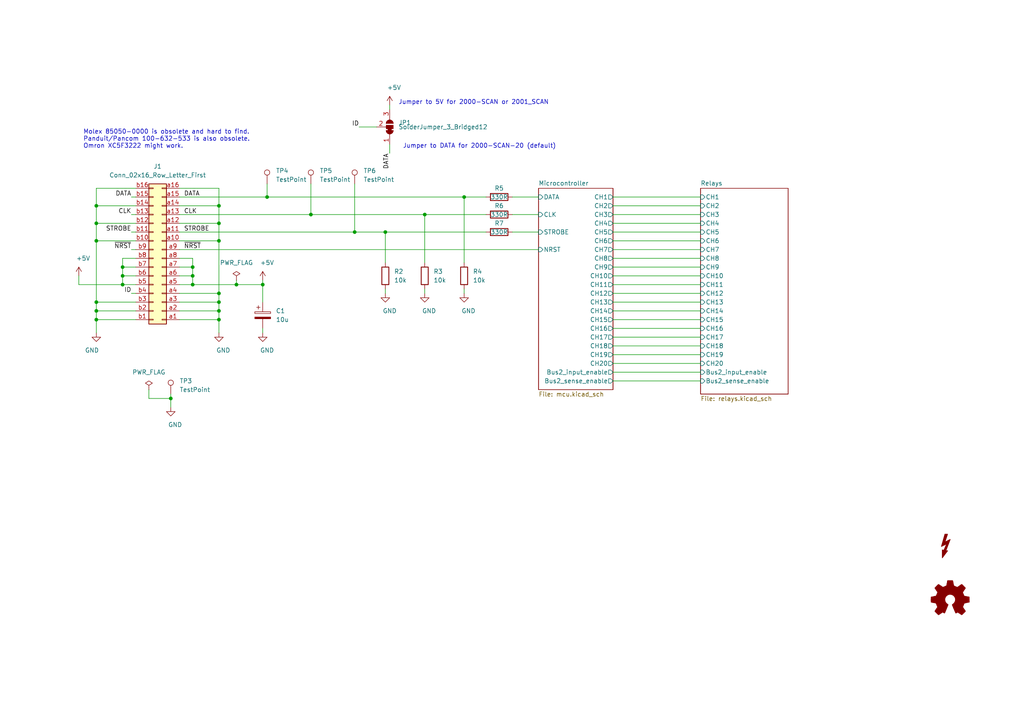
<source format=kicad_sch>
(kicad_sch (version 20230121) (generator eeschema)
  (paper "A4")
  (title_block (title "Keithley 2000-SCAN-20 SSR") (date "2023-05-11") (rev "v.1.2.0") (comment 1 "Copyright (©) 2021, Patrick Baus <patrick.baus@physik.tu-darmstadt.de>") (comment 2 "Licensed under CERN OHL v.1.2"))
  (lib_symbols
    (symbol "Connector:TestPoint" (pin_numbers hide) (pin_names (offset 0.762) hide)
      (property "Reference" "TP" (at 0 6.858 0))
      (property "Value" "TestPoint" (at 0 5.08 0))
      (symbol "TestPoint_0_1"
        (circle (center 0 3.302) (radius 0.762))
      )
      (symbol "TestPoint_1_1"
        (pin passive line (at 0 0 90) (length 2.54) (name "1") (number "1"))
      )
    )
    (symbol "Connector_Generic:Conn_02x16_Row_Letter_First" (pin_names (offset 1.016) hide)
      (property "Reference" "J" (at 1.27 20.32 0))
      (property "Value" "Conn_02x16_Row_Letter_First" (at 1.27 -22.86 0))
      (symbol "Conn_02x16_Row_Letter_First_1_1"
        (rectangle (start -1.27 -20.193) (end 0 -20.447) (stroke (width 0.1524)))
        (rectangle (start -1.27 -17.653) (end 0 -17.907) (stroke (width 0.1524)))
        (rectangle (start -1.27 -15.113) (end 0 -15.367) (stroke (width 0.1524)))
        (rectangle (start -1.27 -12.573) (end 0 -12.827) (stroke (width 0.1524)))
        (rectangle (start -1.27 -10.033) (end 0 -10.287) (stroke (width 0.1524)))
        (rectangle (start -1.27 -7.493) (end 0 -7.747) (stroke (width 0.1524)))
        (rectangle (start -1.27 -4.953) (end 0 -5.207) (stroke (width 0.1524)))
        (rectangle (start -1.27 -2.413) (end 0 -2.667) (stroke (width 0.1524)))
        (rectangle (start -1.27 0.127) (end 0 -0.127) (stroke (width 0.1524)))
        (rectangle (start -1.27 2.667) (end 0 2.413) (stroke (width 0.1524)))
        (rectangle (start -1.27 5.207) (end 0 4.953) (stroke (width 0.1524)))
        (rectangle (start -1.27 7.747) (end 0 7.493) (stroke (width 0.1524)))
        (rectangle (start -1.27 10.287) (end 0 10.033) (stroke (width 0.1524)))
        (rectangle (start -1.27 12.827) (end 0 12.573) (stroke (width 0.1524)))
        (rectangle (start -1.27 15.367) (end 0 15.113) (stroke (width 0.1524)))
        (rectangle (start -1.27 17.907) (end 0 17.653) (stroke (width 0.1524)))
        (rectangle (start -1.27 19.05) (end 3.81 -21.59) (stroke (width 0.254)) (fill (type background)))
        (rectangle (start 3.81 -20.193) (end 2.54 -20.447) (stroke (width 0.1524)))
        (rectangle (start 3.81 -17.653) (end 2.54 -17.907) (stroke (width 0.1524)))
        (rectangle (start 3.81 -15.113) (end 2.54 -15.367) (stroke (width 0.1524)))
        (rectangle (start 3.81 -12.573) (end 2.54 -12.827) (stroke (width 0.1524)))
        (rectangle (start 3.81 -10.033) (end 2.54 -10.287) (stroke (width 0.1524)))
        (rectangle (start 3.81 -7.493) (end 2.54 -7.747) (stroke (width 0.1524)))
        (rectangle (start 3.81 -4.953) (end 2.54 -5.207) (stroke (width 0.1524)))
        (rectangle (start 3.81 -2.413) (end 2.54 -2.667) (stroke (width 0.1524)))
        (rectangle (start 3.81 0.127) (end 2.54 -0.127) (stroke (width 0.1524)))
        (rectangle (start 3.81 2.667) (end 2.54 2.413) (stroke (width 0.1524)))
        (rectangle (start 3.81 5.207) (end 2.54 4.953) (stroke (width 0.1524)))
        (rectangle (start 3.81 7.747) (end 2.54 7.493) (stroke (width 0.1524)))
        (rectangle (start 3.81 10.287) (end 2.54 10.033) (stroke (width 0.1524)))
        (rectangle (start 3.81 12.827) (end 2.54 12.573) (stroke (width 0.1524)))
        (rectangle (start 3.81 15.367) (end 2.54 15.113) (stroke (width 0.1524)))
        (rectangle (start 3.81 17.907) (end 2.54 17.653) (stroke (width 0.1524)))
        (pin passive line (at -5.08 17.78 0) (length 3.81) (name "Pin_a1") (number "a1"))
        (pin passive line (at -5.08 -5.08 0) (length 3.81) (name "Pin_a10") (number "a10"))
        (pin passive line (at -5.08 -7.62 0) (length 3.81) (name "Pin_a11") (number "a11"))
        (pin passive line (at -5.08 -10.16 0) (length 3.81) (name "Pin_a12") (number "a12"))
        (pin passive line (at -5.08 -12.7 0) (length 3.81) (name "Pin_a13") (number "a13"))
        (pin passive line (at -5.08 -15.24 0) (length 3.81) (name "Pin_a14") (number "a14"))
        (pin passive line (at -5.08 -17.78 0) (length 3.81) (name "Pin_a15") (number "a15"))
        (pin passive line (at -5.08 -20.32 0) (length 3.81) (name "Pin_a16") (number "a16"))
        (pin passive line (at -5.08 15.24 0) (length 3.81) (name "Pin_a2") (number "a2"))
        (pin passive line (at -5.08 12.7 0) (length 3.81) (name "Pin_a3") (number "a3"))
        (pin passive line (at -5.08 10.16 0) (length 3.81) (name "Pin_a4") (number "a4"))
        (pin passive line (at -5.08 7.62 0) (length 3.81) (name "Pin_a5") (number "a5"))
        (pin passive line (at -5.08 5.08 0) (length 3.81) (name "Pin_a6") (number "a6"))
        (pin passive line (at -5.08 2.54 0) (length 3.81) (name "Pin_a7") (number "a7"))
        (pin passive line (at -5.08 0 0) (length 3.81) (name "Pin_a8") (number "a8"))
        (pin passive line (at -5.08 -2.54 0) (length 3.81) (name "Pin_a9") (number "a9"))
        (pin passive line (at 7.62 17.78 180) (length 3.81) (name "Pin_b1") (number "b1"))
        (pin passive line (at 7.62 -5.08 180) (length 3.81) (name "Pin_b10") (number "b10"))
        (pin passive line (at 7.62 -7.62 180) (length 3.81) (name "Pin_b11") (number "b11"))
        (pin passive line (at 7.62 -10.16 180) (length 3.81) (name "Pin_b12") (number "b12"))
        (pin passive line (at 7.62 -12.7 180) (length 3.81) (name "Pin_b13") (number "b13"))
        (pin passive line (at 7.62 -15.24 180) (length 3.81) (name "Pin_b14") (number "b14"))
        (pin passive line (at 7.62 -17.78 180) (length 3.81) (name "Pin_b15") (number "b15"))
        (pin passive line (at 7.62 -20.32 180) (length 3.81) (name "Pin_b16") (number "b16"))
        (pin passive line (at 7.62 15.24 180) (length 3.81) (name "Pin_b2") (number "b2"))
        (pin passive line (at 7.62 12.7 180) (length 3.81) (name "Pin_b3") (number "b3"))
        (pin passive line (at 7.62 10.16 180) (length 3.81) (name "Pin_b4") (number "b4"))
        (pin passive line (at 7.62 7.62 180) (length 3.81) (name "Pin_b5") (number "b5"))
        (pin passive line (at 7.62 5.08 180) (length 3.81) (name "Pin_b6") (number "b6"))
        (pin passive line (at 7.62 2.54 180) (length 3.81) (name "Pin_b7") (number "b7"))
        (pin passive line (at 7.62 0 180) (length 3.81) (name "Pin_b8") (number "b8"))
        (pin passive line (at 7.62 -2.54 180) (length 3.81) (name "Pin_b9") (number "b9"))
      )
    )
    (symbol "Device:C_Polarized" (pin_numbers hide) (pin_names (offset 0.254))
      (property "Reference" "C" (at 0.635 2.54 0))
      (property "Value" "C_Polarized" (at 0.635 -2.54 0))
      (symbol "C_Polarized_0_1"
        (rectangle (start -2.286 0.508) (end 2.286 1.016))
        (polyline (pts (xy -1.778 2.286) (xy -0.762 2.286)))
        (polyline (pts (xy -1.27 2.794) (xy -1.27 1.778)))
        (rectangle (start 2.286 -0.508) (end -2.286 -1.016) (fill (type outline)))
      )
      (symbol "C_Polarized_1_1"
        (pin passive line (at 0 3.81 270) (length 2.794) (name "~") (number "1"))
        (pin passive line (at 0 -3.81 90) (length 2.794) (name "~") (number "2"))
      )
    )
    (symbol "Device:R" (pin_numbers hide) (pin_names (offset 0))
      (property "Reference" "R" (at 2.032 0 90))
      (property "Value" "R" (at 0 0 90))
      (symbol "R_0_1"
        (rectangle (start -1.016 -2.54) (end 1.016 2.54) (stroke (width 0.254)))
      )
      (symbol "R_1_1"
        (pin passive line (at 0 3.81 270) (length 1.27) (name "~") (number "1"))
        (pin passive line (at 0 -3.81 90) (length 1.27) (name "~") (number "2"))
      )
    )
    (symbol "Graphic:Logo_Open_Hardware_Small" (in_bom no) (on_board no)
      (symbol "Logo_Open_Hardware_Small_0_1"
        (polyline (pts (xy 3.3528 -4.3434) (xy 3.302 -4.318) (xy 3.175 -4.2418) (xy 2.9972 -4.1148) (xy 2.7686 -3.9624) (xy 2.54 -3.81) (xy 2.3622 -3.7084) (xy 2.2352 -3.6068) (xy 2.1844 -3.5814) (xy 2.159 -3.6068) (xy 2.0574 -3.6576) (xy 1.905 -3.7338) (xy 1.8034 -3.7846) (xy 1.6764 -3.8354) (xy 1.6002 -3.8354) (xy 1.6002 -3.8354) (xy 1.5494 -3.7338) (xy 1.4732 -3.5306) (xy 1.3462 -3.302) (xy 1.2446 -3.0226) (xy 1.1176 -2.7178) (xy 0.9652 -2.413) (xy 0.8636 -2.1082) (xy 0.7366 -1.8288) (xy 0.6604 -1.6256) (xy 0.6096 -1.4732) (xy 0.5842 -1.397) (xy 0.5842 -1.397) (xy 0.6604 -1.3208) (xy 0.7874 -1.2446) (xy 1.0414 -1.016) (xy 1.2954 -0.6858) (xy 1.4478 -0.3302) (xy 1.524 0.0762) (xy 1.4732 0.4572) (xy 1.3208 0.8128) (xy 1.0668 1.143) (xy 0.762 1.3716) (xy 0.4064 1.524) (xy 0 1.5748) (xy -0.381 1.5494) (xy -0.7366 1.397) (xy -1.0668 1.143) (xy -1.2192 0.9906) (xy -1.397 0.6604) (xy -1.524 0.3048) (xy -1.524 0.2286) (xy -1.4986 -0.1778) (xy -1.397 -0.5334) (xy -1.1938 -0.8636) (xy -0.9144 -1.143) (xy -0.8636 -1.1684) (xy -0.7366 -1.27) (xy -0.635 -1.3462) (xy -0.5842 -1.397) (xy -1.0668 -2.5908) (xy -1.143 -2.794) (xy -1.2954 -3.1242) (xy -1.397 -3.4036) (xy -1.4986 -3.6322) (xy -1.5748 -3.7846) (xy -1.6002 -3.8354) (xy -1.6002 -3.8354) (xy -1.651 -3.8354) (xy -1.7272 -3.81) (xy -1.905 -3.7338) (xy -2.0066 -3.683) (xy -2.1336 -3.6068) (xy -2.2098 -3.5814) (xy -2.2606 -3.6068) (xy -2.3622 -3.683) (xy -2.54 -3.81) (xy -2.7686 -3.9624) (xy -2.9718 -4.0894) (xy -3.1496 -4.2164) (xy -3.302 -4.318) (xy -3.3528 -4.3434) (xy -3.3782 -4.3434) (xy -3.429 -4.318) (xy -3.5306 -4.2164) (xy -3.7084 -4.064) (xy -3.937 -3.8354) (xy -3.9624 -3.81) (xy -4.1656 -3.6068) (xy -4.318 -3.4544) (xy -4.4196 -3.3274) (xy -4.445 -3.2766) (xy -4.445 -3.2766) (xy -4.4196 -3.2258) (xy -4.318 -3.0734) (xy -4.2164 -2.8956) (xy -4.064 -2.667) (xy -3.6576 -2.0828) (xy -3.8862 -1.5494) (xy -3.937 -1.3716) (xy -4.0386 -1.1684) (xy -4.0894 -1.0414) (xy -4.1148 -0.9652) (xy -4.191 -0.9398) (xy -4.318 -0.9144) (xy -4.5466 -0.8636) (xy -4.8006 -0.8128) (xy -5.0546 -0.7874) (xy -5.2578 -0.7366) (xy -5.4356 -0.7112) (xy -5.5118 -0.6858) (xy -5.5118 -0.6858) (xy -5.5372 -0.635) (xy -5.5372 -0.5588) (xy -5.5372 -0.4318) (xy -5.5626 -0.2286) (xy -5.5626 0.0762) (xy -5.5626 0.127) (xy -5.5372 0.4064) (xy -5.5372 0.635) (xy -5.5372 0.762) (xy -5.5372 0.8382) (xy -5.5372 0.8382) (xy -5.461 0.8382) (xy -5.3086 0.889) (xy -5.08 0.9144) (xy -4.826 0.9652) (xy -4.8006 0.9906) (xy -4.5466 1.0414) (xy -4.318 1.0668) (xy -4.1656 1.1176) (xy -4.0894 1.143) (xy -4.0894 1.143) (xy -4.0386 1.2446) (xy -3.9624 1.4224) (xy -3.8608 1.6256) (xy -3.7846 1.8288) (xy -3.7084 2.0066) (xy -3.6576 2.159) (xy -3.6322 2.2098) (xy -3.6322 2.2098) (xy -3.683 2.286) (xy -3.7592 2.413) (xy -3.8862 2.5908) (xy -4.064 2.8194) (xy -4.064 2.8448) (xy -4.2164 3.0734) (xy -4.3434 3.2512) (xy -4.4196 3.3782) (xy -4.445 3.4544) (xy -4.445 3.4544) (xy -4.3942 3.5052) (xy -4.2926 3.6322) (xy -4.1148 3.81) (xy -3.937 4.0132) (xy -3.8608 4.064) (xy -3.6576 4.2926) (xy -3.5052 4.4196) (xy -3.4036 4.4958) (xy -3.3528 4.5212) (xy -3.3528 4.5212) (xy -3.302 4.4704) (xy -3.1496 4.3688) (xy -2.9718 4.2418) (xy -2.7432 4.0894) (xy -2.7178 4.0894) (xy -2.4892 3.937) (xy -2.3114 3.81) (xy -2.1844 3.7084) (xy -2.1336 3.683) (xy -2.1082 3.683) (xy -2.032 3.7084) (xy -1.8542 3.7592) (xy -1.6764 3.8354) (xy -1.4732 3.937) (xy -1.27 4.0132) (xy -1.143 4.064) (xy -1.0668 4.1148) (xy -1.0668 4.1148) (xy -1.0414 4.191) (xy -1.016 4.3434) (xy -0.9652 4.572) (xy -0.9144 4.8514) (xy -0.889 4.9022) (xy -0.8382 5.1562) (xy -0.8128 5.3848) (xy -0.7874 5.5372) (xy -0.762 5.588) (xy -0.7112 5.6134) (xy -0.5842 5.6134) (xy -0.4064 5.6134) (xy -0.1524 5.6134) (xy 0.0762 5.6134) (xy 0.3302 5.6134) (xy 0.5334 5.6134) (xy 0.6858 5.588) (xy 0.7366 5.588) (xy 0.7366 5.588) (xy 0.762 5.5118) (xy 0.8128 5.334) (xy 0.8382 5.1054) (xy 0.9144 4.826) (xy 0.9144 4.7752) (xy 0.9652 4.5212) (xy 1.016 4.2926) (xy 1.0414 4.1402) (xy 1.0668 4.0894) (xy 1.0668 4.0894) (xy 1.1938 4.0386) (xy 1.3716 3.9624) (xy 1.5748 3.8608) (xy 2.0828 3.6576) (xy 2.7178 4.0894) (xy 2.7686 4.1402) (xy 2.9972 4.2926) (xy 3.175 4.4196) (xy 3.302 4.4958) (xy 3.3782 4.5212) (xy 3.3782 4.5212) (xy 3.429 4.4704) (xy 3.556 4.3434) (xy 3.7338 4.191) (xy 3.9116 3.9878) (xy 4.064 3.8354) (xy 4.2418 3.6576) (xy 4.3434 3.556) (xy 4.4196 3.4798) (xy 4.4196 3.429) (xy 4.4196 3.4036) (xy 4.3942 3.3274) (xy 4.2926 3.2004) (xy 4.1656 2.9972) (xy 4.0132 2.794) (xy 3.8862 2.5908) (xy 3.7592 2.3876) (xy 3.6576 2.2352) (xy 3.6322 2.159) (xy 3.6322 2.1336) (xy 3.683 2.0066) (xy 3.7592 1.8288) (xy 3.8608 1.6002) (xy 4.064 1.1176) (xy 4.3942 1.0414) (xy 4.5974 1.016) (xy 4.8768 0.9652) (xy 5.1308 0.9144) (xy 5.5372 0.8382) (xy 5.5626 -0.6604) (xy 5.4864 -0.6858) (xy 5.4356 -0.6858) (xy 5.2832 -0.7366) (xy 5.0546 -0.762) (xy 4.8006 -0.8128) (xy 4.5974 -0.8636) (xy 4.3688 -0.9144) (xy 4.2164 -0.9398) (xy 4.1402 -0.9398) (xy 4.1148 -0.9652) (xy 4.064 -1.0668) (xy 3.9878 -1.2446) (xy 3.9116 -1.4478) (xy 3.81 -1.651) (xy 3.7338 -1.8542) (xy 3.683 -2.0066) (xy 3.6576 -2.0828) (xy 3.683 -2.1336) (xy 3.7846 -2.2606) (xy 3.8862 -2.4638) (xy 4.0386 -2.667) (xy 4.191 -2.8956) (xy 4.318 -3.0734) (xy 4.3942 -3.2004) (xy 4.445 -3.2766) (xy 4.4196 -3.3274) (xy 4.3434 -3.429) (xy 4.1656 -3.5814) (xy 3.937 -3.8354) (xy 3.8862 -3.8608) (xy 3.683 -4.064) (xy 3.5306 -4.2164) (xy 3.4036 -4.318) (xy 3.3528 -4.3434)) (fill (type outline)))
      )
    )
    (symbol "Graphic:SYM_Flash_Small" (in_bom no) (on_board no)
      (symbol "SYM_Flash_Small_0_1"
        (polyline (pts (xy 0.508 -1.016) (xy -1.016 -0.762) (xy -1.016 -3.048) (xy 0.508 -1.016)) (stroke (width 0.2032)) (fill (type outline)))
        (polyline (pts (xy -0.254 3.81) (xy 0.508 3.81) (xy -0.254 1.524) (xy 1.27 2.286) (xy 0 -1.016) (xy -0.508 -0.762) (xy 0.254 1.016) (xy -1.27 0.254) (xy -0.254 3.81)) (stroke (width 0.2032)) (fill (type outline)))
      )
    )
    (symbol "Jumper:SolderJumper_3_Bridged12" (pin_names (offset 0) hide)
      (property "Reference" "JP" (at -2.54 -2.54 0))
      (property "Value" "SolderJumper_3_Bridged12" (at 0 2.794 0))
      (symbol "SolderJumper_3_Bridged12_0_1"
        (rectangle (start -1.016 0.508) (end -0.508 -0.508) (fill (type outline)))
        (arc (start -1.016 1.016) (mid -2.0276 0) (end -1.016 -1.016))
        (arc (start -1.016 1.016) (mid -2.0276 0) (end -1.016 -1.016) (fill (type outline)))
        (rectangle (start -0.508 1.016) (end 0.508 -1.016) (fill (type outline)))
        (polyline (pts (xy -2.54 0) (xy -2.032 0)))
        (polyline (pts (xy -1.016 1.016) (xy -1.016 -1.016)))
        (polyline (pts (xy 0 -1.27) (xy 0 -1.016)))
        (polyline (pts (xy 1.016 1.016) (xy 1.016 -1.016)))
        (polyline (pts (xy 2.54 0) (xy 2.032 0)))
        (arc (start 1.016 -1.016) (mid 2.0276 0) (end 1.016 1.016))
        (arc (start 1.016 -1.016) (mid 2.0276 0) (end 1.016 1.016) (fill (type outline)))
      )
      (symbol "SolderJumper_3_Bridged12_1_1"
        (pin passive line (at -5.08 0 0) (length 2.54) (name "A") (number "1"))
        (pin passive line (at 0 -3.81 90) (length 2.54) (name "C") (number "2"))
        (pin passive line (at 5.08 0 180) (length 2.54) (name "B") (number "3"))
      )
    )
    (symbol "power:+5V" (power) (pin_names (offset 0))
      (property "Value" "+5V" (at 0 3.556 0))
      (symbol "+5V_0_1"
        (polyline (pts (xy -0.762 1.27) (xy 0 2.54)))
        (polyline (pts (xy 0 0) (xy 0 2.54)))
        (polyline (pts (xy 0 2.54) (xy 0.762 1.27)))
      )
      (symbol "+5V_1_1"
        (pin power_in line (at 0 0 90) (length 0) hide (name "+5V") (number "1"))
      )
    )
    (symbol "power:GND" (power) (pin_names (offset 0))
      (property "Value" "GND" (at 0 -3.81 0))
      (symbol "GND_0_1"
        (polyline (pts (xy 0 0) (xy 0 -1.27) (xy 1.27 -1.27) (xy 0 -2.54) (xy -1.27 -1.27) (xy 0 -1.27)))
      )
      (symbol "GND_1_1"
        (pin power_in line (at 0 0 270) (length 0) hide (name "GND") (number "1"))
      )
    )
    (symbol "power:PWR_FLAG" (power) (pin_numbers hide) (pin_names (offset 0) hide)
      (property "Value" "PWR_FLAG" (at 0 3.81 0))
      (symbol "PWR_FLAG_0_0"
        (pin power_out line (at 0 0 90) (length 0) (name "pwr") (number "1"))
      )
      (symbol "PWR_FLAG_0_1"
        (polyline (pts (xy 0 0) (xy 0 1.27) (xy -1.016 1.905) (xy 0 2.54) (xy 1.016 1.905) (xy 0 1.27)))
      )
    )
  )
  (junction (at 63.5 90.17))
  (junction (at 102.87 67.31))
  (junction (at 77.47 57.15))
  (junction (at 27.94 87.63))
  (junction (at 27.94 92.71))
  (junction (at 63.5 69.85))
  (junction (at 49.53 115.57))
  (junction (at 123.19 62.23))
  (junction (at 63.5 85.09))
  (junction (at 27.94 59.69))
  (junction (at 55.88 82.55))
  (junction (at 27.94 69.85))
  (junction (at 35.56 77.47))
  (junction (at 63.5 59.69))
  (junction (at 76.2 82.55))
  (junction (at 35.56 82.55))
  (junction (at 134.62 57.15))
  (junction (at 55.88 80.01))
  (junction (at 111.76 67.31))
  (junction (at 90.17 62.23))
  (junction (at 63.5 87.63))
  (junction (at 27.94 64.77))
  (junction (at 27.94 90.17))
  (junction (at 63.5 92.71))
  (junction (at 63.5 64.77))
  (junction (at 68.58 82.55))
  (junction (at 35.56 80.01))
  (junction (at 55.88 77.47))
  (wire (pts (xy 177.8 82.55) (xy 203.2 82.55)))
  (wire (pts (xy 113.03 41.91) (xy 113.03 44.45)))
  (wire (pts (xy 22.86 82.55) (xy 22.86 80.01)))
  (wire (pts (xy 102.87 53.34) (xy 102.87 67.31)))
  (wire (pts (xy 39.37 74.93) (xy 35.56 74.93)))
  (wire (pts (xy 39.37 87.63) (xy 27.94 87.63)))
  (wire (pts (xy 52.07 90.17) (xy 63.5 90.17)))
  (wire (pts (xy 76.2 82.55) (xy 76.2 81.28)))
  (wire (pts (xy 177.8 107.95) (xy 203.2 107.95)))
  (wire (pts (xy 35.56 82.55) (xy 22.86 82.55)))
  (wire (pts (xy 52.07 82.55) (xy 55.88 82.55)))
  (wire (pts (xy 76.2 96.52) (xy 76.2 95.25)))
  (wire (pts (xy 140.97 67.31) (xy 111.76 67.31)))
  (wire (pts (xy 177.8 72.39) (xy 203.2 72.39)))
  (wire (pts (xy 27.94 54.61) (xy 27.94 59.69)))
  (wire (pts (xy 134.62 57.15) (xy 140.97 57.15)))
  (wire (pts (xy 63.5 54.61) (xy 63.5 59.69)))
  (wire (pts (xy 177.8 67.31) (xy 203.2 67.31)))
  (wire (pts (xy 156.21 57.15) (xy 148.59 57.15)))
  (wire (pts (xy 43.18 113.03) (xy 43.18 115.57)))
  (wire (pts (xy 90.17 53.34) (xy 90.17 62.23)))
  (wire (pts (xy 111.76 76.2) (xy 111.76 67.31)))
  (wire (pts (xy 156.21 62.23) (xy 148.59 62.23)))
  (wire (pts (xy 177.8 62.23) (xy 203.2 62.23)))
  (wire (pts (xy 63.5 87.63) (xy 63.5 90.17)))
  (wire (pts (xy 177.8 59.69) (xy 203.2 59.69)))
  (wire (pts (xy 27.94 87.63) (xy 27.94 90.17)))
  (wire (pts (xy 177.8 105.41) (xy 203.2 105.41)))
  (wire (pts (xy 27.94 59.69) (xy 27.94 64.77)))
  (wire (pts (xy 39.37 57.15) (xy 38.1 57.15)))
  (wire (pts (xy 39.37 54.61) (xy 27.94 54.61)))
  (wire (pts (xy 177.8 95.25) (xy 203.2 95.25)))
  (wire (pts (xy 52.07 59.69) (xy 63.5 59.69)))
  (wire (pts (xy 63.5 59.69) (xy 63.5 64.77)))
  (wire (pts (xy 49.53 115.57) (xy 43.18 115.57)))
  (wire (pts (xy 55.88 82.55) (xy 68.58 82.55)))
  (wire (pts (xy 27.94 69.85) (xy 27.94 87.63)))
  (wire (pts (xy 177.8 97.79) (xy 203.2 97.79)))
  (wire (pts (xy 77.47 53.34) (xy 77.47 57.15)))
  (wire (pts (xy 49.53 118.11) (xy 49.53 115.57)))
  (wire (pts (xy 52.07 85.09) (xy 63.5 85.09)))
  (wire (pts (xy 55.88 80.01) (xy 52.07 80.01)))
  (wire (pts (xy 55.88 82.55) (xy 55.88 80.01)))
  (wire (pts (xy 111.76 83.82) (xy 111.76 85.09)))
  (wire (pts (xy 39.37 69.85) (xy 27.94 69.85)))
  (wire (pts (xy 177.8 80.01) (xy 203.2 80.01)))
  (wire (pts (xy 27.94 90.17) (xy 27.94 92.71)))
  (wire (pts (xy 39.37 82.55) (xy 35.56 82.55)))
  (wire (pts (xy 177.8 90.17) (xy 203.2 90.17)))
  (wire (pts (xy 76.2 87.63) (xy 76.2 82.55)))
  (wire (pts (xy 102.87 67.31) (xy 111.76 67.31)))
  (wire (pts (xy 177.8 85.09) (xy 203.2 85.09)))
  (wire (pts (xy 177.8 74.93) (xy 203.2 74.93)))
  (wire (pts (xy 52.07 92.71) (xy 63.5 92.71)))
  (wire (pts (xy 27.94 64.77) (xy 27.94 69.85)))
  (wire (pts (xy 39.37 62.23) (xy 38.1 62.23)))
  (wire (pts (xy 177.8 102.87) (xy 203.2 102.87)))
  (wire (pts (xy 68.58 82.55) (xy 76.2 82.55)))
  (wire (pts (xy 123.19 62.23) (xy 140.97 62.23)))
  (wire (pts (xy 39.37 67.31) (xy 38.1 67.31)))
  (wire (pts (xy 177.8 64.77) (xy 203.2 64.77)))
  (wire (pts (xy 52.07 74.93) (xy 55.88 74.93)))
  (wire (pts (xy 52.07 57.15) (xy 77.47 57.15)))
  (wire (pts (xy 35.56 74.93) (xy 35.56 77.47)))
  (wire (pts (xy 39.37 92.71) (xy 27.94 92.71)))
  (wire (pts (xy 123.19 76.2) (xy 123.19 62.23)))
  (wire (pts (xy 55.88 77.47) (xy 55.88 80.01)))
  (wire (pts (xy 177.8 110.49) (xy 203.2 110.49)))
  (wire (pts (xy 90.17 62.23) (xy 123.19 62.23)))
  (wire (pts (xy 123.19 83.82) (xy 123.19 85.09)))
  (wire (pts (xy 52.07 64.77) (xy 63.5 64.77)))
  (wire (pts (xy 49.53 115.57) (xy 49.53 114.3)))
  (wire (pts (xy 39.37 90.17) (xy 27.94 90.17)))
  (wire (pts (xy 55.88 74.93) (xy 55.88 77.47)))
  (wire (pts (xy 39.37 85.09) (xy 38.1 85.09)))
  (wire (pts (xy 113.03 30.48) (xy 113.03 31.75)))
  (wire (pts (xy 177.8 100.33) (xy 203.2 100.33)))
  (wire (pts (xy 52.07 87.63) (xy 63.5 87.63)))
  (wire (pts (xy 52.07 54.61) (xy 63.5 54.61)))
  (wire (pts (xy 52.07 67.31) (xy 102.87 67.31)))
  (wire (pts (xy 39.37 64.77) (xy 27.94 64.77)))
  (wire (pts (xy 134.62 76.2) (xy 134.62 57.15)))
  (wire (pts (xy 35.56 82.55) (xy 35.56 80.01)))
  (wire (pts (xy 52.07 62.23) (xy 90.17 62.23)))
  (wire (pts (xy 52.07 72.39) (xy 156.21 72.39)))
  (wire (pts (xy 52.07 69.85) (xy 63.5 69.85)))
  (wire (pts (xy 109.22 36.83) (xy 104.14 36.83)))
  (wire (pts (xy 63.5 92.71) (xy 63.5 96.52)))
  (wire (pts (xy 39.37 59.69) (xy 27.94 59.69)))
  (wire (pts (xy 63.5 90.17) (xy 63.5 92.71)))
  (wire (pts (xy 52.07 77.47) (xy 55.88 77.47)))
  (wire (pts (xy 35.56 80.01) (xy 39.37 80.01)))
  (wire (pts (xy 39.37 77.47) (xy 35.56 77.47)))
  (wire (pts (xy 63.5 85.09) (xy 63.5 87.63)))
  (wire (pts (xy 39.37 72.39) (xy 38.1 72.39)))
  (wire (pts (xy 35.56 77.47) (xy 35.56 80.01)))
  (wire (pts (xy 156.21 67.31) (xy 148.59 67.31)))
  (wire (pts (xy 63.5 69.85) (xy 63.5 85.09)))
  (wire (pts (xy 177.8 92.71) (xy 203.2 92.71)))
  (wire (pts (xy 177.8 77.47) (xy 203.2 77.47)))
  (wire (pts (xy 177.8 87.63) (xy 203.2 87.63)))
  (wire (pts (xy 77.47 57.15) (xy 134.62 57.15)))
  (wire (pts (xy 63.5 64.77) (xy 63.5 69.85)))
  (wire (pts (xy 177.8 57.15) (xy 203.2 57.15)))
  (wire (pts (xy 177.8 69.85) (xy 203.2 69.85)))
  (wire (pts (xy 134.62 83.82) (xy 134.62 85.09)))
  (wire (pts (xy 68.58 81.28) (xy 68.58 82.55)))
  (wire (pts (xy 27.94 92.71) (xy 27.94 96.52)))
  (text "Jumper to 5V for 2000-SCAN or 2001_SCAN\n" (at 115.57 30.48 0) (effects (font (size 1.27 1.27)) (justify left bottom)))
  (text "Molex 85050-0000 is obsolete and hard to find.\nPanduit/Pancom 100-632-533 is also obsolete.\nOmron XC5F3222 might work." (at 24.13 43.18 0) (effects (font (size 1.27 1.27)) (justify left bottom)))
  (text "Jumper to DATA for 2000-SCAN-20 (default)" (at 116.84 43.18 0) (effects (font (size 1.27 1.27)) (justify left bottom)))
  (label "STROBE" (at 38.1 67.31 180))
  (label "ID" (at 38.1 85.09 180))
  (label "CLK" (at 53.34 62.23 0))
  (label "DATA" (at 38.1 57.15 180))
  (label "STROBE" (at 53.34 67.31 0))
  (label "~{NRST}" (at 53.34 72.39 0))
  (label "ID" (at 104.14 36.83 180))
  (label "CLK" (at 38.1 62.23 180))
  (label "~{NRST}" (at 38.1 72.39 180))
  (label "DATA" (at 53.34 57.15 0))
  (label "DATA" (at 113.03 44.45 270))
  (symbol (lib_id "Connector_Generic:Conn_02x16_Row_Letter_First") (at 46.99 74.93 180) (unit 1)
    (property "Reference" "J1" (at 45.72 48.26 0))
    (property "Value" "Conn_02x16_Row_Letter_First" (at 45.72 50.8 0))
    (property "Footprint" "Connector_DIN:DIN41612_B2_2x16_Male_Horizontal_THT" (effects hide))
    (property "MFN" "Molex" (effects hide))
    (property "PN" "85050-0000" (effects hide))
  )
  (symbol (lib_id "power:GND") (at 63.5 96.52 0) (unit 1)
    (property "Reference" "#PWR03" (effects hide))
    (property "Value" "GND" (at 64.77 101.6 0))
  )
  (symbol (lib_id "power:GND") (at 27.94 96.52 0) (mirror y) (unit 1)
    (property "Reference" "#PWR02" (effects hide))
    (property "Value" "GND" (at 26.67 101.6 0))
  )
  (symbol (lib_id "power:+5V") (at 76.2 81.28 0) (unit 1)
    (property "Reference" "#PWR04" (effects hide))
    (property "Value" "+5V" (at 77.47 76.2 0))
  )
  (symbol (lib_id "power:+5V") (at 22.86 80.01 0) (unit 1)
    (property "Reference" "#PWR01" (effects hide))
    (property "Value" "+5V" (at 24.13 74.93 0))
  )
  (symbol (lib_id "power:+5V") (at 113.03 30.48 0) (unit 1)
    (property "Reference" "#PWR08" (effects hide))
    (property "Value" "+5V" (at 114.3 25.4 0))
  )
  (symbol (lib_id "Jumper:SolderJumper_3_Bridged12") (at 113.03 36.83 270) (mirror x) (unit 1) (in_bom no)
    (property "Reference" "JP1" (at 115.57 35.56 90) (effects (justify left)))
    (property "Value" "SolderJumper_3_Bridged12" (at 115.57 36.83 90) (effects (justify left)))
    (property "Footprint" "Jumper:SolderJumper-3_P1.3mm_Bridged12_Pad1.0x1.5mm_NumberLabels" (effects hide))
    (property "DNP" "1" (effects hide))
  )
  (symbol (lib_id "Device:R") (at 111.76 80.01 0) (unit 1)
    (property "Reference" "R2" (at 114.3 78.74 0) (effects (justify left)))
    (property "Value" "10k" (at 114.3 81.28 0) (effects (justify left)))
    (property "Footprint" "Resistor_SMD:R_0603_1608Metric" (effects hide))
    (property "MFN" "Vishay" (effects hide))
    (property "PN" "CRCW060310K0JNEB" (effects hide))
  )
  (symbol (lib_id "power:GND") (at 111.76 85.09 0) (unit 1)
    (property "Reference" "#PWR07" (effects hide))
    (property "Value" "GND" (at 113.03 90.17 0))
  )
  (symbol (lib_id "Device:R") (at 144.78 57.15 270) (unit 1)
    (property "Reference" "R5" (at 144.78 54.61 90))
    (property "Value" "330R" (at 144.78 57.15 90))
    (property "Footprint" "Resistor_SMD:R_0603_1608Metric" (effects hide))
    (property "MFN" "Vishay" (effects hide))
    (property "PN" "CRCW0603330RJNEB" (effects hide))
  )
  (symbol (lib_id "Device:R") (at 144.78 62.23 270) (unit 1)
    (property "Reference" "R6" (at 144.78 59.69 90))
    (property "Value" "330R" (at 144.78 62.23 90))
    (property "Footprint" "Resistor_SMD:R_0603_1608Metric" (effects hide))
    (property "MFN" "Vishay" (effects hide))
    (property "PN" "CRCW0603330RJNEB" (effects hide))
  )
  (symbol (lib_id "Device:R") (at 144.78 67.31 270) (unit 1)
    (property "Reference" "R7" (at 144.78 64.77 90))
    (property "Value" "330R" (at 144.78 67.31 90))
    (property "Footprint" "Resistor_SMD:R_0603_1608Metric" (effects hide))
    (property "MFN" "Vishay" (effects hide))
    (property "PN" "CRCW0603330RJNEB" (effects hide))
  )
  (symbol (lib_id "Device:R") (at 123.19 80.01 0) (unit 1)
    (property "Reference" "R3" (at 125.73 78.74 0) (effects (justify left)))
    (property "Value" "10k" (at 125.73 81.28 0) (effects (justify left)))
    (property "Footprint" "Resistor_SMD:R_0603_1608Metric" (effects hide))
    (property "MFN" "Vishay" (effects hide))
    (property "PN" "CRCW060310K0JNEB" (effects hide))
  )
  (symbol (lib_id "power:GND") (at 123.19 85.09 0) (unit 1)
    (property "Reference" "#PWR09" (effects hide))
    (property "Value" "GND" (at 124.46 90.17 0))
  )
  (symbol (lib_id "Device:R") (at 134.62 80.01 0) (unit 1)
    (property "Reference" "R4" (at 137.16 78.74 0) (effects (justify left)))
    (property "Value" "10k" (at 137.16 81.28 0) (effects (justify left)))
    (property "Footprint" "Resistor_SMD:R_0603_1608Metric" (effects hide))
    (property "MFN" "Vishay" (effects hide))
    (property "PN" "CRCW060310K0JNEB" (effects hide))
  )
  (symbol (lib_id "power:GND") (at 134.62 85.09 0) (unit 1)
    (property "Reference" "#PWR010" (effects hide))
    (property "Value" "GND" (at 135.89 90.17 0))
  )
  (symbol (lib_id "Device:C_Polarized") (at 76.2 91.44 0) (unit 1)
    (property "Reference" "C1" (at 80.01 90.17 0) (effects (justify left)))
    (property "Value" "10u" (at 80.01 92.71 0) (effects (justify left)))
    (property "Footprint" "Capacitor_THT:CP_Radial_D6.3mm_P2.50mm" (effects hide))
    (property "MFN" "Nichicon" (effects hide))
    (property "PN" "ULD2A100MED1TD" (effects hide))
  )
  (symbol (lib_id "power:GND") (at 76.2 96.52 0) (unit 1)
    (property "Reference" "#PWR05" (effects hide))
    (property "Value" "GND" (at 77.47 101.6 0))
  )
  (symbol (lib_id "Graphic:Logo_Open_Hardware_Small") (at 275.59 173.99 0) (unit 1) (in_bom no)
    (property "Reference" "LOGO2" (effects hide))
    (property "Value" "Logo_Open_Hardware_Small" (effects hide))
    (property "Footprint" "Symbol:OSHW-Logo_7.5x8mm_SilkScreen" (effects hide))
    (property "DNP" "1" (effects hide))
    (property "Sim.Enable" "0" (effects hide))
  )
  (symbol (lib_id "Connector:TestPoint") (at 49.53 114.3 0) (unit 1)
    (property "Reference" "TP3" (at 52.07 110.49 0) (effects (justify left)))
    (property "Value" "TestPoint" (at 52.07 113.03 0) (effects (justify left)))
    (property "Footprint" "TestPoint:TestPoint_Loop_D2.60mm_Drill1.6mm_Beaded" (effects hide))
    (property "MFN" "Keystone" (effects hide))
    (property "PN" "5281" (effects hide))
  )
  (symbol (lib_id "power:GND") (at 49.53 118.11 0) (unit 1)
    (property "Reference" "#PWR0101" (effects hide))
    (property "Value" "GND" (at 50.8 123.19 0))
  )
  (symbol (lib_id "Connector:TestPoint") (at 77.47 53.34 0) (unit 1)
    (property "Reference" "TP4" (at 80.01 49.53 0) (effects (justify left)))
    (property "Value" "TestPoint" (at 80.01 52.07 0) (effects (justify left)))
    (property "Footprint" "TestPoint:TestPoint_Loop_D2.60mm_Drill1.6mm_Beaded" (effects hide))
    (property "MFN" "Keystone" (effects hide))
    (property "PN" "5286" (effects hide))
    (property "DNP" "1" (effects hide))
    (property "Note" "Solder only for debugging" (effects hide))
  )
  (symbol (lib_id "Connector:TestPoint") (at 90.17 53.34 0) (unit 1)
    (property "Reference" "TP5" (at 92.71 49.53 0) (effects (justify left)))
    (property "Value" "TestPoint" (at 92.71 52.07 0) (effects (justify left)))
    (property "Footprint" "TestPoint:TestPoint_Loop_D2.60mm_Drill1.6mm_Beaded" (effects hide))
    (property "MFN" "Keystone" (effects hide))
    (property "PN" "5286" (effects hide))
    (property "DNP" "1" (effects hide))
    (property "Note" "Solder only for debugging" (effects hide))
  )
  (symbol (lib_id "Connector:TestPoint") (at 102.87 53.34 0) (unit 1)
    (property "Reference" "TP6" (at 105.41 49.53 0) (effects (justify left)))
    (property "Value" "TestPoint" (at 105.41 52.07 0) (effects (justify left)))
    (property "Footprint" "TestPoint:TestPoint_Loop_D2.60mm_Drill1.6mm_Beaded" (effects hide))
    (property "MFN" "Keystone" (effects hide))
    (property "PN" "5286" (effects hide))
    (property "DNP" "1" (effects hide))
    (property "Note" "Solder only for debugging" (effects hide))
  )
  (symbol (lib_id "Graphic:SYM_Flash_Small") (at 274.32 158.75 0) (unit 1) (in_bom no)
    (property "Reference" "SYM1" (effects hide))
    (property "Value" "SYM_Flash_Small" (effects hide))
    (property "Footprint" "Symbol:Symbol_Highvoltage_Type2_CopperTop_Small" (effects hide))
    (property "DNP" "1" (effects hide))
    (property "Sim.Enable" "0" (effects hide))
  )
  (symbol (lib_id "power:PWR_FLAG") (at 68.58 81.28 0) (unit 1)
    (property "Reference" "#FLG0102" (effects hide))
    (property "Value" "PWR_FLAG" (at 68.58 76.2 0))
  )
  (symbol (lib_id "power:PWR_FLAG") (at 43.18 113.03 0) (unit 1)
    (property "Reference" "#FLG0101" (effects hide))
    (property "Value" "PWR_FLAG" (at 43.18 107.95 0))
  )
  (sheet (at 156.21 54.61) (size 21.59 58.42)
    (property "Sheetname" "Microcontroller" (at 156.21 53.8984 0) (effects (justify left bottom)))
    (property "Sheetfile" "mcu.kicad_sch" (at 156.21 113.6146 0) (effects (justify left top)))
    (pin "CLK" input (at 156.21 62.23 180))
    (pin "STROBE" input (at 156.21 67.31 180))
    (pin "NRST" input (at 156.21 72.39 180))
    (pin "DATA" input (at 156.21 57.15 180))
    (pin "CH20" output (at 177.8 105.41 0))
    (pin "CH19" output (at 177.8 102.87 0))
    (pin "CH18" output (at 177.8 100.33 0))
    (pin "CH17" output (at 177.8 97.79 0))
    (pin "CH16" output (at 177.8 95.25 0))
    (pin "CH11" output (at 177.8 82.55 0))
    (pin "CH1" output (at 177.8 57.15 0))
    (pin "CH2" output (at 177.8 59.69 0))
    (pin "CH3" output (at 177.8 62.23 0))
    (pin "CH14" output (at 177.8 90.17 0))
    (pin "CH13" output (at 177.8 87.63 0))
    (pin "CH12" output (at 177.8 85.09 0))
    (pin "CH5" output (at 177.8 67.31 0))
    (pin "CH6" output (at 177.8 69.85 0))
    (pin "CH7" output (at 177.8 72.39 0))
    (pin "CH8" output (at 177.8 74.93 0))
    (pin "CH9" output (at 177.8 77.47 0))
    (pin "CH10" output (at 177.8 80.01 0))
    (pin "CH4" output (at 177.8 64.77 0))
    (pin "Bus2_input_enable" output (at 177.8 107.95 0))
    (pin "Bus2_sense_enable" output (at 177.8 110.49 0))
    (pin "CH15" output (at 177.8 92.71 0))
  )
  (sheet (at 203.2 54.61) (size 25.4 59.69)
    (property "Sheetname" "Relays" (at 203.2 53.8984 0) (effects (justify left bottom)))
    (property "Sheetfile" "relays.kicad_sch" (at 203.2 114.8846 0) (effects (justify left top)))
    (pin "CH1" input (at 203.2 57.15 180))
    (pin "CH2" input (at 203.2 59.69 180))
    (pin "CH3" input (at 203.2 62.23 180))
    (pin "CH4" input (at 203.2 64.77 180))
    (pin "CH5" input (at 203.2 67.31 180))
    (pin "CH6" input (at 203.2 69.85 180))
    (pin "CH7" input (at 203.2 72.39 180))
    (pin "CH8" input (at 203.2 74.93 180))
    (pin "CH9" input (at 203.2 77.47 180))
    (pin "CH10" input (at 203.2 80.01 180))
    (pin "CH20" input (at 203.2 105.41 180))
    (pin "CH19" input (at 203.2 102.87 180))
    (pin "CH18" input (at 203.2 100.33 180))
    (pin "CH17" input (at 203.2 97.79 180))
    (pin "CH16" input (at 203.2 95.25 180))
    (pin "CH15" input (at 203.2 92.71 180))
    (pin "CH14" input (at 203.2 90.17 180))
    (pin "CH13" input (at 203.2 87.63 180))
    (pin "CH12" input (at 203.2 85.09 180))
    (pin "CH11" input (at 203.2 82.55 180))
    (pin "Bus2_input_enable" input (at 203.2 107.95 180))
    (pin "Bus2_sense_enable" input (at 203.2 110.49 180))
  )
)
</source>
